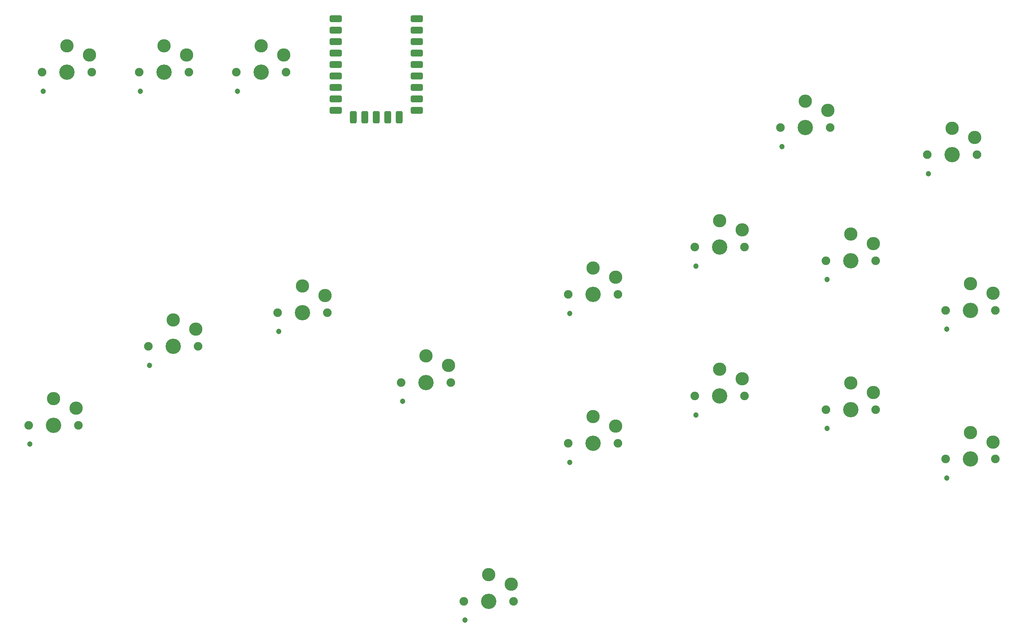
<source format=gts>
%TF.GenerationSoftware,KiCad,Pcbnew,7.0.7*%
%TF.CreationDate,2024-03-04T21:22:26-05:00*%
%TF.ProjectId,AngelsBox_PCB,416e6765-6c73-4426-9f78-5f5043422e6b,rev?*%
%TF.SameCoordinates,Original*%
%TF.FileFunction,Soldermask,Top*%
%TF.FilePolarity,Negative*%
%FSLAX46Y46*%
G04 Gerber Fmt 4.6, Leading zero omitted, Abs format (unit mm)*
G04 Created by KiCad (PCBNEW 7.0.7) date 2024-03-04 21:22:26*
%MOMM*%
%LPD*%
G01*
G04 APERTURE LIST*
G04 Aperture macros list*
%AMRoundRect*
0 Rectangle with rounded corners*
0 $1 Rounding radius*
0 $2 $3 $4 $5 $6 $7 $8 $9 X,Y pos of 4 corners*
0 Add a 4 corners polygon primitive as box body*
4,1,4,$2,$3,$4,$5,$6,$7,$8,$9,$2,$3,0*
0 Add four circle primitives for the rounded corners*
1,1,$1+$1,$2,$3*
1,1,$1+$1,$4,$5*
1,1,$1+$1,$6,$7*
1,1,$1+$1,$8,$9*
0 Add four rect primitives between the rounded corners*
20,1,$1+$1,$2,$3,$4,$5,0*
20,1,$1+$1,$4,$5,$6,$7,0*
20,1,$1+$1,$6,$7,$8,$9,0*
20,1,$1+$1,$8,$9,$2,$3,0*%
G04 Aperture macros list end*
%ADD10C,1.900000*%
%ADD11C,1.200000*%
%ADD12C,2.950000*%
%ADD13C,3.400000*%
%ADD14RoundRect,0.381000X-0.999000X-0.381000X0.999000X-0.381000X0.999000X0.381000X-0.999000X0.381000X0*%
%ADD15RoundRect,0.381000X-0.381000X0.999000X-0.381000X-0.999000X0.381000X-0.999000X0.381000X0.999000X0*%
G04 APERTURE END LIST*
D10*
%TO.C,MX1*%
X123045000Y-137006000D03*
D11*
X123325000Y-141206000D03*
D12*
X128545000Y-131106000D03*
D13*
X128545000Y-137006000D03*
D12*
X133545000Y-133206000D03*
D10*
X134045000Y-137006000D03*
%TD*%
%TO.C,MX2*%
X149545000Y-119506000D03*
D11*
X149825000Y-123706000D03*
D12*
X155045000Y-113606000D03*
D13*
X155045000Y-119506000D03*
D12*
X160045000Y-115706000D03*
D10*
X160545000Y-119506000D03*
%TD*%
%TO.C,MX7*%
X270545000Y-97506000D03*
D11*
X270825000Y-101706000D03*
D12*
X276045000Y-91606000D03*
D13*
X276045000Y-97506000D03*
D12*
X281045000Y-93706000D03*
D10*
X281545000Y-97506000D03*
%TD*%
%TO.C,MX14*%
X289525000Y-71006000D03*
D11*
X289805000Y-75206000D03*
D12*
X295025000Y-65106000D03*
D13*
X295025000Y-71006000D03*
D12*
X300025000Y-67206000D03*
D10*
X300525000Y-71006000D03*
%TD*%
%TO.C,MX4*%
X205545000Y-127506000D03*
D11*
X205825000Y-131706000D03*
D12*
X211045000Y-121606000D03*
D13*
X211045000Y-127506000D03*
D12*
X216045000Y-123706000D03*
D10*
X216545000Y-127506000D03*
%TD*%
%TO.C,MX8*%
X242545000Y-141006000D03*
D11*
X242825000Y-145206000D03*
D12*
X248045000Y-135106000D03*
D13*
X248045000Y-141006000D03*
D12*
X253045000Y-137206000D03*
D10*
X253545000Y-141006000D03*
%TD*%
%TO.C,MX9*%
X270545000Y-130506000D03*
D11*
X270825000Y-134706000D03*
D12*
X276045000Y-124606000D03*
D13*
X276045000Y-130506000D03*
D12*
X281045000Y-126706000D03*
D10*
X281545000Y-130506000D03*
%TD*%
%TO.C,MX6*%
X242545000Y-108006000D03*
D11*
X242825000Y-112206000D03*
D12*
X248045000Y-102106000D03*
D13*
X248045000Y-108006000D03*
D12*
X253045000Y-104206000D03*
D10*
X253545000Y-108006000D03*
%TD*%
%TO.C,MX15*%
X322025000Y-77006000D03*
D11*
X322305000Y-81206000D03*
D12*
X327525000Y-71106000D03*
D13*
X327525000Y-77006000D03*
D12*
X332525000Y-73206000D03*
D10*
X333025000Y-77006000D03*
%TD*%
%TO.C,MX10*%
X299545000Y-133506000D03*
D11*
X299825000Y-137706000D03*
D12*
X305045000Y-127606000D03*
D13*
X305045000Y-133506000D03*
D12*
X310045000Y-129706000D03*
D10*
X310545000Y-133506000D03*
%TD*%
%TO.C,MX11*%
X299545000Y-100506000D03*
D11*
X299825000Y-104706000D03*
D12*
X305045000Y-94606000D03*
D13*
X305045000Y-100506000D03*
D12*
X310045000Y-96706000D03*
D10*
X310545000Y-100506000D03*
%TD*%
%TO.C,MX16*%
X126025000Y-58726000D03*
D11*
X126305000Y-62926000D03*
D12*
X131525000Y-52826000D03*
D13*
X131525000Y-58726000D03*
D12*
X136525000Y-54926000D03*
D10*
X137025000Y-58726000D03*
%TD*%
%TO.C,MX13*%
X326045000Y-144506000D03*
D11*
X326325000Y-148706000D03*
D12*
X331545000Y-138606000D03*
D13*
X331545000Y-144506000D03*
D12*
X336545000Y-140706000D03*
D10*
X337045000Y-144506000D03*
%TD*%
%TO.C,MX12*%
X326045000Y-111506000D03*
D11*
X326325000Y-115706000D03*
D12*
X331545000Y-105606000D03*
D13*
X331545000Y-111506000D03*
D12*
X336545000Y-107706000D03*
D10*
X337045000Y-111506000D03*
%TD*%
%TO.C,MX17*%
X147525000Y-58726000D03*
D11*
X147805000Y-62926000D03*
D12*
X153025000Y-52826000D03*
D13*
X153025000Y-58726000D03*
D12*
X158025000Y-54926000D03*
D10*
X158525000Y-58726000D03*
%TD*%
%TO.C,MX3*%
X178145000Y-112006000D03*
D11*
X178425000Y-116206000D03*
D12*
X183645000Y-106106000D03*
D13*
X183645000Y-112006000D03*
D12*
X188645000Y-108206000D03*
D10*
X189145000Y-112006000D03*
%TD*%
%TO.C,MX5*%
X219368750Y-176006000D03*
D11*
X219648750Y-180206000D03*
D12*
X224868750Y-170106000D03*
D13*
X224868750Y-176006000D03*
D12*
X229868750Y-172206000D03*
D10*
X230368750Y-176006000D03*
%TD*%
%TO.C,MX18*%
X169025000Y-58726000D03*
D11*
X169305000Y-62926000D03*
D12*
X174525000Y-52826000D03*
D13*
X174525000Y-58726000D03*
D12*
X179525000Y-54926000D03*
D10*
X180025000Y-58726000D03*
%TD*%
D14*
%TO.C,U1*%
X209025000Y-46808000D03*
X209025000Y-49348000D03*
X209025000Y-51888000D03*
X209025000Y-54428000D03*
X209025000Y-56968000D03*
X209025000Y-59508000D03*
X209025000Y-62048000D03*
X209025000Y-64588000D03*
X209025000Y-67128000D03*
D15*
X205105000Y-68718000D03*
X202565000Y-68718000D03*
X200025000Y-68718000D03*
X197485000Y-68718000D03*
X194945000Y-68718000D03*
D14*
X191025000Y-67128000D03*
X191025000Y-64588000D03*
X191025000Y-62048000D03*
X191025000Y-59508000D03*
X191025000Y-56968000D03*
X191025000Y-54428000D03*
X191025000Y-51888000D03*
X191025000Y-49348000D03*
X191025000Y-46808000D03*
%TD*%
M02*

</source>
